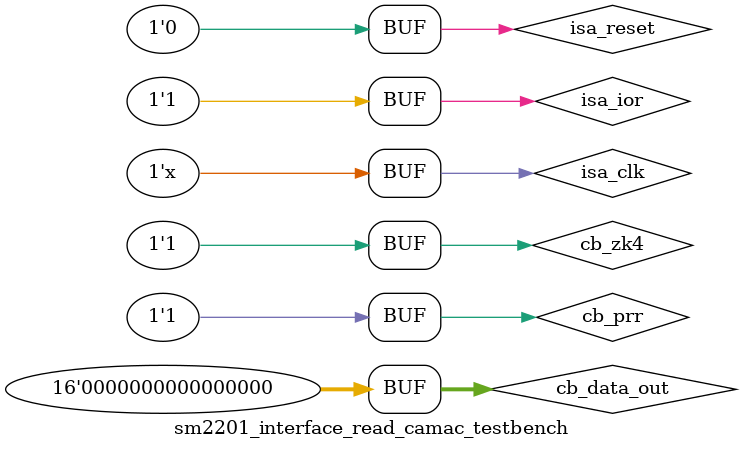
<source format=v>
`timescale 1ns / 1ps


module sm2201_interface_read_camac_testbench;

    // isa input signals
    reg isa_clk;
    reg isa_ior;
    reg isa_iow;
    reg isa_reset;
    reg isa_ale;
    wire isa_aen;
    wire q_r_debug;

    reg [9:0] isa_addr;
    wire [7:0] isa_data;
    reg [31:0] counter;
    reg [1:0] operation;        // 0 - read, 1 - write
    reg [31:0] state;

    // isa output signals
    wire [7:0] isa_irq;
    wire isa_chrdy;

    // CAMAC input signals
    reg cb_prr;
    reg cb_zk4;
    wire [15:0] cb_data;
    reg [15:0] cb_data_out;
    wire [15:0] cb_data_in;
    wire [11:0] cb_addr;
    reg [7:0] isa_data_out;
    wire [7:0] isa_data_in;

    assign cb_data = q_r_debug == 1'b0 ? cb_data_out : cb_data_in;
    assign isa_data = q_r_debug == 1'b1 ? isa_data_out : isa_data_in;
    assign isa_aen = isa_ale;


    localparam reg[31:0] WRITE_ADDR_INT_REG_READY = 0;
    localparam reg[31:0] WRITE_ADDR_INT_REG_SEND = 1;

    // Instantiate the Unit Under Test (UUT)
    sm2201_interface_board
    uut (
        // isa inputs
        .isa_clk(isa_clk), 
        .isa_reset(isa_reset), 
        .isa_ior(isa_ior), 
        .isa_iow(isa_iow), 
        .isa_addr(isa_addr),
        .isa_data(isa_data),
        .isa_ale(isa_ale),
        .isa_aen(isa_aen),
        // isa outputs
        .isa_chrdy(isa_chrdy),
        // debug
        .q_r_debug(q_r_debug),
        // CAMAC inputs
        .cb_prr(cb_prr),
        .cb_zk4(cb_zk4),
        .cb_cx1(cb_cx1),
        .cb_data(cb_data),
        .cb_addr(cb_addr)
    );

    initial 
    begin
        // initial ISA
        isa_reset <= 0;
        isa_clk <= 0;
        isa_ior <= 1;
        isa_iow <= 1;
        isa_addr <= 240;
        isa_ale <= 0;
        // initial CAMAC
        cb_prr <= 1;
        cb_zk4 <= 1;
        isa_data_out <= 8'b00000000;
        cb_data_out <= 16'b0000000000000000;
        counter <= 0;
        operation <= 0;
    end
    
    // we are model ISA logic
    always
    begin
        #60 isa_clk <= ~isa_clk; 
        #120 counter <= counter + 1;
        // ISA ALE
        if (counter == 50) 
        begin
            isa_ale <= 1;
        end
        if (counter == 84)
        begin
            isa_ale <= 0;
        end
        if (counter > 85 && counter < 186)
        begin
            if (counter == 86)
            begin
                operation <= 1'b1;
                isa_addr <= 262;  // 106h
                isa_iow <= 1'b0;
                isa_data_out <= 8'b10100110;
            end
            if (counter == 115)
            begin
                isa_iow <= 1'b1;
            end
            // todo: switch addr and isa data possibly
        end
        if (counter == 190)
        begin
            counter <= 0;
        end
    end
endmodule

</source>
